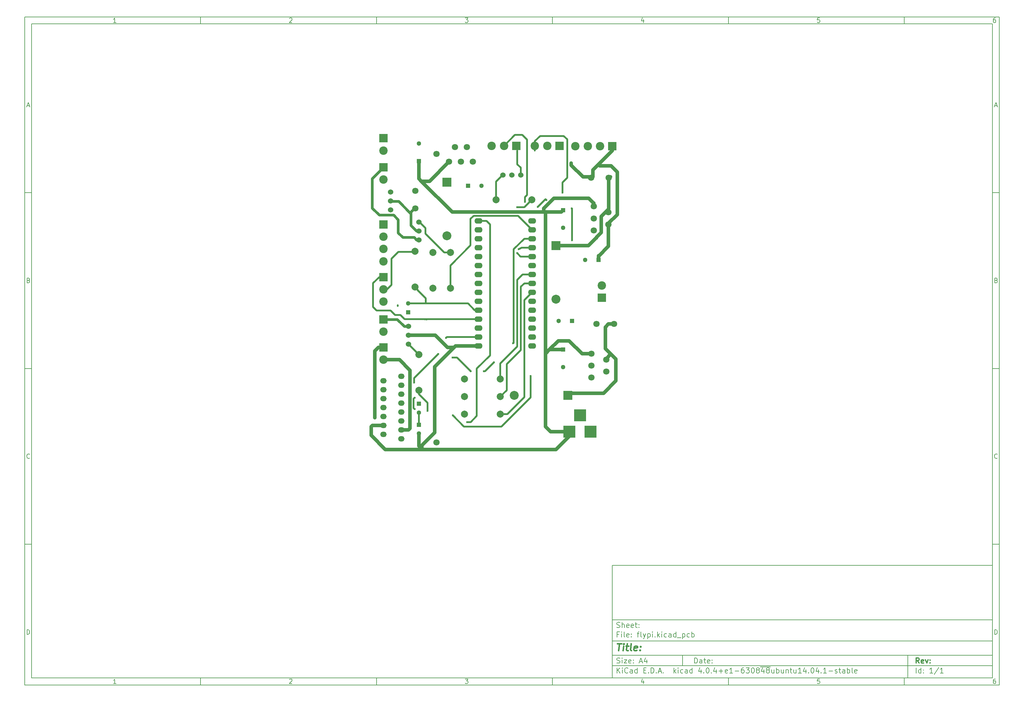
<source format=gbr>
G04 #@! TF.FileFunction,Copper,L1,Top,Signal*
%FSLAX46Y46*%
G04 Gerber Fmt 4.6, Leading zero omitted, Abs format (unit mm)*
G04 Created by KiCad (PCBNEW 4.0.4+e1-6308~48~ubuntu14.04.1-stable) date Tue Oct  4 21:58:47 2016*
%MOMM*%
%LPD*%
G01*
G04 APERTURE LIST*
%ADD10C,0.100000*%
%ADD11C,0.150000*%
%ADD12C,0.300000*%
%ADD13C,0.400000*%
%ADD14R,1.300000X1.300000*%
%ADD15C,1.300000*%
%ADD16R,3.500120X3.500120*%
%ADD17C,2.540000*%
%ADD18R,2.540000X2.540000*%
%ADD19C,1.800860*%
%ADD20C,2.400000*%
%ADD21R,2.400000X2.400000*%
%ADD22C,1.800000*%
%ADD23C,1.998980*%
%ADD24O,1.824000X1.524000*%
%ADD25O,2.300000X1.600000*%
%ADD26C,1.524000*%
%ADD27C,0.800000*%
%ADD28C,0.600000*%
%ADD29C,0.500000*%
%ADD30C,1.000000*%
%ADD31C,0.750000*%
G04 APERTURE END LIST*
D10*
D11*
X177002200Y-166007200D02*
X177002200Y-198007200D01*
X285002200Y-198007200D01*
X285002200Y-166007200D01*
X177002200Y-166007200D01*
D10*
D11*
X10000000Y-10000000D02*
X10000000Y-200007200D01*
X287002200Y-200007200D01*
X287002200Y-10000000D01*
X10000000Y-10000000D01*
D10*
D11*
X12000000Y-12000000D02*
X12000000Y-198007200D01*
X285002200Y-198007200D01*
X285002200Y-12000000D01*
X12000000Y-12000000D01*
D10*
D11*
X60000000Y-12000000D02*
X60000000Y-10000000D01*
D10*
D11*
X110000000Y-12000000D02*
X110000000Y-10000000D01*
D10*
D11*
X160000000Y-12000000D02*
X160000000Y-10000000D01*
D10*
D11*
X210000000Y-12000000D02*
X210000000Y-10000000D01*
D10*
D11*
X260000000Y-12000000D02*
X260000000Y-10000000D01*
D10*
D11*
X35990476Y-11588095D02*
X35247619Y-11588095D01*
X35619048Y-11588095D02*
X35619048Y-10288095D01*
X35495238Y-10473810D01*
X35371429Y-10597619D01*
X35247619Y-10659524D01*
D10*
D11*
X85247619Y-10411905D02*
X85309524Y-10350000D01*
X85433333Y-10288095D01*
X85742857Y-10288095D01*
X85866667Y-10350000D01*
X85928571Y-10411905D01*
X85990476Y-10535714D01*
X85990476Y-10659524D01*
X85928571Y-10845238D01*
X85185714Y-11588095D01*
X85990476Y-11588095D01*
D10*
D11*
X135185714Y-10288095D02*
X135990476Y-10288095D01*
X135557143Y-10783333D01*
X135742857Y-10783333D01*
X135866667Y-10845238D01*
X135928571Y-10907143D01*
X135990476Y-11030952D01*
X135990476Y-11340476D01*
X135928571Y-11464286D01*
X135866667Y-11526190D01*
X135742857Y-11588095D01*
X135371429Y-11588095D01*
X135247619Y-11526190D01*
X135185714Y-11464286D01*
D10*
D11*
X185866667Y-10721429D02*
X185866667Y-11588095D01*
X185557143Y-10226190D02*
X185247619Y-11154762D01*
X186052381Y-11154762D01*
D10*
D11*
X235928571Y-10288095D02*
X235309524Y-10288095D01*
X235247619Y-10907143D01*
X235309524Y-10845238D01*
X235433333Y-10783333D01*
X235742857Y-10783333D01*
X235866667Y-10845238D01*
X235928571Y-10907143D01*
X235990476Y-11030952D01*
X235990476Y-11340476D01*
X235928571Y-11464286D01*
X235866667Y-11526190D01*
X235742857Y-11588095D01*
X235433333Y-11588095D01*
X235309524Y-11526190D01*
X235247619Y-11464286D01*
D10*
D11*
X285866667Y-10288095D02*
X285619048Y-10288095D01*
X285495238Y-10350000D01*
X285433333Y-10411905D01*
X285309524Y-10597619D01*
X285247619Y-10845238D01*
X285247619Y-11340476D01*
X285309524Y-11464286D01*
X285371429Y-11526190D01*
X285495238Y-11588095D01*
X285742857Y-11588095D01*
X285866667Y-11526190D01*
X285928571Y-11464286D01*
X285990476Y-11340476D01*
X285990476Y-11030952D01*
X285928571Y-10907143D01*
X285866667Y-10845238D01*
X285742857Y-10783333D01*
X285495238Y-10783333D01*
X285371429Y-10845238D01*
X285309524Y-10907143D01*
X285247619Y-11030952D01*
D10*
D11*
X60000000Y-198007200D02*
X60000000Y-200007200D01*
D10*
D11*
X110000000Y-198007200D02*
X110000000Y-200007200D01*
D10*
D11*
X160000000Y-198007200D02*
X160000000Y-200007200D01*
D10*
D11*
X210000000Y-198007200D02*
X210000000Y-200007200D01*
D10*
D11*
X260000000Y-198007200D02*
X260000000Y-200007200D01*
D10*
D11*
X35990476Y-199595295D02*
X35247619Y-199595295D01*
X35619048Y-199595295D02*
X35619048Y-198295295D01*
X35495238Y-198481010D01*
X35371429Y-198604819D01*
X35247619Y-198666724D01*
D10*
D11*
X85247619Y-198419105D02*
X85309524Y-198357200D01*
X85433333Y-198295295D01*
X85742857Y-198295295D01*
X85866667Y-198357200D01*
X85928571Y-198419105D01*
X85990476Y-198542914D01*
X85990476Y-198666724D01*
X85928571Y-198852438D01*
X85185714Y-199595295D01*
X85990476Y-199595295D01*
D10*
D11*
X135185714Y-198295295D02*
X135990476Y-198295295D01*
X135557143Y-198790533D01*
X135742857Y-198790533D01*
X135866667Y-198852438D01*
X135928571Y-198914343D01*
X135990476Y-199038152D01*
X135990476Y-199347676D01*
X135928571Y-199471486D01*
X135866667Y-199533390D01*
X135742857Y-199595295D01*
X135371429Y-199595295D01*
X135247619Y-199533390D01*
X135185714Y-199471486D01*
D10*
D11*
X185866667Y-198728629D02*
X185866667Y-199595295D01*
X185557143Y-198233390D02*
X185247619Y-199161962D01*
X186052381Y-199161962D01*
D10*
D11*
X235928571Y-198295295D02*
X235309524Y-198295295D01*
X235247619Y-198914343D01*
X235309524Y-198852438D01*
X235433333Y-198790533D01*
X235742857Y-198790533D01*
X235866667Y-198852438D01*
X235928571Y-198914343D01*
X235990476Y-199038152D01*
X235990476Y-199347676D01*
X235928571Y-199471486D01*
X235866667Y-199533390D01*
X235742857Y-199595295D01*
X235433333Y-199595295D01*
X235309524Y-199533390D01*
X235247619Y-199471486D01*
D10*
D11*
X285866667Y-198295295D02*
X285619048Y-198295295D01*
X285495238Y-198357200D01*
X285433333Y-198419105D01*
X285309524Y-198604819D01*
X285247619Y-198852438D01*
X285247619Y-199347676D01*
X285309524Y-199471486D01*
X285371429Y-199533390D01*
X285495238Y-199595295D01*
X285742857Y-199595295D01*
X285866667Y-199533390D01*
X285928571Y-199471486D01*
X285990476Y-199347676D01*
X285990476Y-199038152D01*
X285928571Y-198914343D01*
X285866667Y-198852438D01*
X285742857Y-198790533D01*
X285495238Y-198790533D01*
X285371429Y-198852438D01*
X285309524Y-198914343D01*
X285247619Y-199038152D01*
D10*
D11*
X10000000Y-60000000D02*
X12000000Y-60000000D01*
D10*
D11*
X10000000Y-110000000D02*
X12000000Y-110000000D01*
D10*
D11*
X10000000Y-160000000D02*
X12000000Y-160000000D01*
D10*
D11*
X10690476Y-35216667D02*
X11309524Y-35216667D01*
X10566667Y-35588095D02*
X11000000Y-34288095D01*
X11433333Y-35588095D01*
D10*
D11*
X11092857Y-84907143D02*
X11278571Y-84969048D01*
X11340476Y-85030952D01*
X11402381Y-85154762D01*
X11402381Y-85340476D01*
X11340476Y-85464286D01*
X11278571Y-85526190D01*
X11154762Y-85588095D01*
X10659524Y-85588095D01*
X10659524Y-84288095D01*
X11092857Y-84288095D01*
X11216667Y-84350000D01*
X11278571Y-84411905D01*
X11340476Y-84535714D01*
X11340476Y-84659524D01*
X11278571Y-84783333D01*
X11216667Y-84845238D01*
X11092857Y-84907143D01*
X10659524Y-84907143D01*
D10*
D11*
X11402381Y-135464286D02*
X11340476Y-135526190D01*
X11154762Y-135588095D01*
X11030952Y-135588095D01*
X10845238Y-135526190D01*
X10721429Y-135402381D01*
X10659524Y-135278571D01*
X10597619Y-135030952D01*
X10597619Y-134845238D01*
X10659524Y-134597619D01*
X10721429Y-134473810D01*
X10845238Y-134350000D01*
X11030952Y-134288095D01*
X11154762Y-134288095D01*
X11340476Y-134350000D01*
X11402381Y-134411905D01*
D10*
D11*
X10659524Y-185588095D02*
X10659524Y-184288095D01*
X10969048Y-184288095D01*
X11154762Y-184350000D01*
X11278571Y-184473810D01*
X11340476Y-184597619D01*
X11402381Y-184845238D01*
X11402381Y-185030952D01*
X11340476Y-185278571D01*
X11278571Y-185402381D01*
X11154762Y-185526190D01*
X10969048Y-185588095D01*
X10659524Y-185588095D01*
D10*
D11*
X287002200Y-60000000D02*
X285002200Y-60000000D01*
D10*
D11*
X287002200Y-110000000D02*
X285002200Y-110000000D01*
D10*
D11*
X287002200Y-160000000D02*
X285002200Y-160000000D01*
D10*
D11*
X285692676Y-35216667D02*
X286311724Y-35216667D01*
X285568867Y-35588095D02*
X286002200Y-34288095D01*
X286435533Y-35588095D01*
D10*
D11*
X286095057Y-84907143D02*
X286280771Y-84969048D01*
X286342676Y-85030952D01*
X286404581Y-85154762D01*
X286404581Y-85340476D01*
X286342676Y-85464286D01*
X286280771Y-85526190D01*
X286156962Y-85588095D01*
X285661724Y-85588095D01*
X285661724Y-84288095D01*
X286095057Y-84288095D01*
X286218867Y-84350000D01*
X286280771Y-84411905D01*
X286342676Y-84535714D01*
X286342676Y-84659524D01*
X286280771Y-84783333D01*
X286218867Y-84845238D01*
X286095057Y-84907143D01*
X285661724Y-84907143D01*
D10*
D11*
X286404581Y-135464286D02*
X286342676Y-135526190D01*
X286156962Y-135588095D01*
X286033152Y-135588095D01*
X285847438Y-135526190D01*
X285723629Y-135402381D01*
X285661724Y-135278571D01*
X285599819Y-135030952D01*
X285599819Y-134845238D01*
X285661724Y-134597619D01*
X285723629Y-134473810D01*
X285847438Y-134350000D01*
X286033152Y-134288095D01*
X286156962Y-134288095D01*
X286342676Y-134350000D01*
X286404581Y-134411905D01*
D10*
D11*
X285661724Y-185588095D02*
X285661724Y-184288095D01*
X285971248Y-184288095D01*
X286156962Y-184350000D01*
X286280771Y-184473810D01*
X286342676Y-184597619D01*
X286404581Y-184845238D01*
X286404581Y-185030952D01*
X286342676Y-185278571D01*
X286280771Y-185402381D01*
X286156962Y-185526190D01*
X285971248Y-185588095D01*
X285661724Y-185588095D01*
D10*
D11*
X200359343Y-193785771D02*
X200359343Y-192285771D01*
X200716486Y-192285771D01*
X200930771Y-192357200D01*
X201073629Y-192500057D01*
X201145057Y-192642914D01*
X201216486Y-192928629D01*
X201216486Y-193142914D01*
X201145057Y-193428629D01*
X201073629Y-193571486D01*
X200930771Y-193714343D01*
X200716486Y-193785771D01*
X200359343Y-193785771D01*
X202502200Y-193785771D02*
X202502200Y-193000057D01*
X202430771Y-192857200D01*
X202287914Y-192785771D01*
X202002200Y-192785771D01*
X201859343Y-192857200D01*
X202502200Y-193714343D02*
X202359343Y-193785771D01*
X202002200Y-193785771D01*
X201859343Y-193714343D01*
X201787914Y-193571486D01*
X201787914Y-193428629D01*
X201859343Y-193285771D01*
X202002200Y-193214343D01*
X202359343Y-193214343D01*
X202502200Y-193142914D01*
X203002200Y-192785771D02*
X203573629Y-192785771D01*
X203216486Y-192285771D02*
X203216486Y-193571486D01*
X203287914Y-193714343D01*
X203430772Y-193785771D01*
X203573629Y-193785771D01*
X204645057Y-193714343D02*
X204502200Y-193785771D01*
X204216486Y-193785771D01*
X204073629Y-193714343D01*
X204002200Y-193571486D01*
X204002200Y-193000057D01*
X204073629Y-192857200D01*
X204216486Y-192785771D01*
X204502200Y-192785771D01*
X204645057Y-192857200D01*
X204716486Y-193000057D01*
X204716486Y-193142914D01*
X204002200Y-193285771D01*
X205359343Y-193642914D02*
X205430771Y-193714343D01*
X205359343Y-193785771D01*
X205287914Y-193714343D01*
X205359343Y-193642914D01*
X205359343Y-193785771D01*
X205359343Y-192857200D02*
X205430771Y-192928629D01*
X205359343Y-193000057D01*
X205287914Y-192928629D01*
X205359343Y-192857200D01*
X205359343Y-193000057D01*
D10*
D11*
X177002200Y-194507200D02*
X285002200Y-194507200D01*
D10*
D11*
X178359343Y-196585771D02*
X178359343Y-195085771D01*
X179216486Y-196585771D02*
X178573629Y-195728629D01*
X179216486Y-195085771D02*
X178359343Y-195942914D01*
X179859343Y-196585771D02*
X179859343Y-195585771D01*
X179859343Y-195085771D02*
X179787914Y-195157200D01*
X179859343Y-195228629D01*
X179930771Y-195157200D01*
X179859343Y-195085771D01*
X179859343Y-195228629D01*
X181430772Y-196442914D02*
X181359343Y-196514343D01*
X181145057Y-196585771D01*
X181002200Y-196585771D01*
X180787915Y-196514343D01*
X180645057Y-196371486D01*
X180573629Y-196228629D01*
X180502200Y-195942914D01*
X180502200Y-195728629D01*
X180573629Y-195442914D01*
X180645057Y-195300057D01*
X180787915Y-195157200D01*
X181002200Y-195085771D01*
X181145057Y-195085771D01*
X181359343Y-195157200D01*
X181430772Y-195228629D01*
X182716486Y-196585771D02*
X182716486Y-195800057D01*
X182645057Y-195657200D01*
X182502200Y-195585771D01*
X182216486Y-195585771D01*
X182073629Y-195657200D01*
X182716486Y-196514343D02*
X182573629Y-196585771D01*
X182216486Y-196585771D01*
X182073629Y-196514343D01*
X182002200Y-196371486D01*
X182002200Y-196228629D01*
X182073629Y-196085771D01*
X182216486Y-196014343D01*
X182573629Y-196014343D01*
X182716486Y-195942914D01*
X184073629Y-196585771D02*
X184073629Y-195085771D01*
X184073629Y-196514343D02*
X183930772Y-196585771D01*
X183645058Y-196585771D01*
X183502200Y-196514343D01*
X183430772Y-196442914D01*
X183359343Y-196300057D01*
X183359343Y-195871486D01*
X183430772Y-195728629D01*
X183502200Y-195657200D01*
X183645058Y-195585771D01*
X183930772Y-195585771D01*
X184073629Y-195657200D01*
X185930772Y-195800057D02*
X186430772Y-195800057D01*
X186645058Y-196585771D02*
X185930772Y-196585771D01*
X185930772Y-195085771D01*
X186645058Y-195085771D01*
X187287915Y-196442914D02*
X187359343Y-196514343D01*
X187287915Y-196585771D01*
X187216486Y-196514343D01*
X187287915Y-196442914D01*
X187287915Y-196585771D01*
X188002201Y-196585771D02*
X188002201Y-195085771D01*
X188359344Y-195085771D01*
X188573629Y-195157200D01*
X188716487Y-195300057D01*
X188787915Y-195442914D01*
X188859344Y-195728629D01*
X188859344Y-195942914D01*
X188787915Y-196228629D01*
X188716487Y-196371486D01*
X188573629Y-196514343D01*
X188359344Y-196585771D01*
X188002201Y-196585771D01*
X189502201Y-196442914D02*
X189573629Y-196514343D01*
X189502201Y-196585771D01*
X189430772Y-196514343D01*
X189502201Y-196442914D01*
X189502201Y-196585771D01*
X190145058Y-196157200D02*
X190859344Y-196157200D01*
X190002201Y-196585771D02*
X190502201Y-195085771D01*
X191002201Y-196585771D01*
X191502201Y-196442914D02*
X191573629Y-196514343D01*
X191502201Y-196585771D01*
X191430772Y-196514343D01*
X191502201Y-196442914D01*
X191502201Y-196585771D01*
X194502201Y-196585771D02*
X194502201Y-195085771D01*
X194645058Y-196014343D02*
X195073629Y-196585771D01*
X195073629Y-195585771D02*
X194502201Y-196157200D01*
X195716487Y-196585771D02*
X195716487Y-195585771D01*
X195716487Y-195085771D02*
X195645058Y-195157200D01*
X195716487Y-195228629D01*
X195787915Y-195157200D01*
X195716487Y-195085771D01*
X195716487Y-195228629D01*
X197073630Y-196514343D02*
X196930773Y-196585771D01*
X196645059Y-196585771D01*
X196502201Y-196514343D01*
X196430773Y-196442914D01*
X196359344Y-196300057D01*
X196359344Y-195871486D01*
X196430773Y-195728629D01*
X196502201Y-195657200D01*
X196645059Y-195585771D01*
X196930773Y-195585771D01*
X197073630Y-195657200D01*
X198359344Y-196585771D02*
X198359344Y-195800057D01*
X198287915Y-195657200D01*
X198145058Y-195585771D01*
X197859344Y-195585771D01*
X197716487Y-195657200D01*
X198359344Y-196514343D02*
X198216487Y-196585771D01*
X197859344Y-196585771D01*
X197716487Y-196514343D01*
X197645058Y-196371486D01*
X197645058Y-196228629D01*
X197716487Y-196085771D01*
X197859344Y-196014343D01*
X198216487Y-196014343D01*
X198359344Y-195942914D01*
X199716487Y-196585771D02*
X199716487Y-195085771D01*
X199716487Y-196514343D02*
X199573630Y-196585771D01*
X199287916Y-196585771D01*
X199145058Y-196514343D01*
X199073630Y-196442914D01*
X199002201Y-196300057D01*
X199002201Y-195871486D01*
X199073630Y-195728629D01*
X199145058Y-195657200D01*
X199287916Y-195585771D01*
X199573630Y-195585771D01*
X199716487Y-195657200D01*
X202216487Y-195585771D02*
X202216487Y-196585771D01*
X201859344Y-195014343D02*
X201502201Y-196085771D01*
X202430773Y-196085771D01*
X203002201Y-196442914D02*
X203073629Y-196514343D01*
X203002201Y-196585771D01*
X202930772Y-196514343D01*
X203002201Y-196442914D01*
X203002201Y-196585771D01*
X204002201Y-195085771D02*
X204145058Y-195085771D01*
X204287915Y-195157200D01*
X204359344Y-195228629D01*
X204430773Y-195371486D01*
X204502201Y-195657200D01*
X204502201Y-196014343D01*
X204430773Y-196300057D01*
X204359344Y-196442914D01*
X204287915Y-196514343D01*
X204145058Y-196585771D01*
X204002201Y-196585771D01*
X203859344Y-196514343D01*
X203787915Y-196442914D01*
X203716487Y-196300057D01*
X203645058Y-196014343D01*
X203645058Y-195657200D01*
X203716487Y-195371486D01*
X203787915Y-195228629D01*
X203859344Y-195157200D01*
X204002201Y-195085771D01*
X205145058Y-196442914D02*
X205216486Y-196514343D01*
X205145058Y-196585771D01*
X205073629Y-196514343D01*
X205145058Y-196442914D01*
X205145058Y-196585771D01*
X206502201Y-195585771D02*
X206502201Y-196585771D01*
X206145058Y-195014343D02*
X205787915Y-196085771D01*
X206716487Y-196085771D01*
X207287915Y-196014343D02*
X208430772Y-196014343D01*
X207859343Y-196585771D02*
X207859343Y-195442914D01*
X209716486Y-196514343D02*
X209573629Y-196585771D01*
X209287915Y-196585771D01*
X209145058Y-196514343D01*
X209073629Y-196371486D01*
X209073629Y-195800057D01*
X209145058Y-195657200D01*
X209287915Y-195585771D01*
X209573629Y-195585771D01*
X209716486Y-195657200D01*
X209787915Y-195800057D01*
X209787915Y-195942914D01*
X209073629Y-196085771D01*
X211216486Y-196585771D02*
X210359343Y-196585771D01*
X210787915Y-196585771D02*
X210787915Y-195085771D01*
X210645058Y-195300057D01*
X210502200Y-195442914D01*
X210359343Y-195514343D01*
X211859343Y-196014343D02*
X213002200Y-196014343D01*
X214359343Y-195085771D02*
X214073629Y-195085771D01*
X213930772Y-195157200D01*
X213859343Y-195228629D01*
X213716486Y-195442914D01*
X213645057Y-195728629D01*
X213645057Y-196300057D01*
X213716486Y-196442914D01*
X213787914Y-196514343D01*
X213930772Y-196585771D01*
X214216486Y-196585771D01*
X214359343Y-196514343D01*
X214430772Y-196442914D01*
X214502200Y-196300057D01*
X214502200Y-195942914D01*
X214430772Y-195800057D01*
X214359343Y-195728629D01*
X214216486Y-195657200D01*
X213930772Y-195657200D01*
X213787914Y-195728629D01*
X213716486Y-195800057D01*
X213645057Y-195942914D01*
X215002200Y-195085771D02*
X215930771Y-195085771D01*
X215430771Y-195657200D01*
X215645057Y-195657200D01*
X215787914Y-195728629D01*
X215859343Y-195800057D01*
X215930771Y-195942914D01*
X215930771Y-196300057D01*
X215859343Y-196442914D01*
X215787914Y-196514343D01*
X215645057Y-196585771D01*
X215216485Y-196585771D01*
X215073628Y-196514343D01*
X215002200Y-196442914D01*
X216859342Y-195085771D02*
X217002199Y-195085771D01*
X217145056Y-195157200D01*
X217216485Y-195228629D01*
X217287914Y-195371486D01*
X217359342Y-195657200D01*
X217359342Y-196014343D01*
X217287914Y-196300057D01*
X217216485Y-196442914D01*
X217145056Y-196514343D01*
X217002199Y-196585771D01*
X216859342Y-196585771D01*
X216716485Y-196514343D01*
X216645056Y-196442914D01*
X216573628Y-196300057D01*
X216502199Y-196014343D01*
X216502199Y-195657200D01*
X216573628Y-195371486D01*
X216645056Y-195228629D01*
X216716485Y-195157200D01*
X216859342Y-195085771D01*
X218216485Y-195728629D02*
X218073627Y-195657200D01*
X218002199Y-195585771D01*
X217930770Y-195442914D01*
X217930770Y-195371486D01*
X218002199Y-195228629D01*
X218073627Y-195157200D01*
X218216485Y-195085771D01*
X218502199Y-195085771D01*
X218645056Y-195157200D01*
X218716485Y-195228629D01*
X218787913Y-195371486D01*
X218787913Y-195442914D01*
X218716485Y-195585771D01*
X218645056Y-195657200D01*
X218502199Y-195728629D01*
X218216485Y-195728629D01*
X218073627Y-195800057D01*
X218002199Y-195871486D01*
X217930770Y-196014343D01*
X217930770Y-196300057D01*
X218002199Y-196442914D01*
X218073627Y-196514343D01*
X218216485Y-196585771D01*
X218502199Y-196585771D01*
X218645056Y-196514343D01*
X218716485Y-196442914D01*
X218787913Y-196300057D01*
X218787913Y-196014343D01*
X218716485Y-195871486D01*
X218645056Y-195800057D01*
X218502199Y-195728629D01*
X220073627Y-195585771D02*
X220073627Y-196585771D01*
X219716484Y-195014343D02*
X219359341Y-196085771D01*
X220287913Y-196085771D01*
X221073627Y-195728629D02*
X220930769Y-195657200D01*
X220859341Y-195585771D01*
X220787912Y-195442914D01*
X220787912Y-195371486D01*
X220859341Y-195228629D01*
X220930769Y-195157200D01*
X221073627Y-195085771D01*
X221359341Y-195085771D01*
X221502198Y-195157200D01*
X221573627Y-195228629D01*
X221645055Y-195371486D01*
X221645055Y-195442914D01*
X221573627Y-195585771D01*
X221502198Y-195657200D01*
X221359341Y-195728629D01*
X221073627Y-195728629D01*
X220930769Y-195800057D01*
X220859341Y-195871486D01*
X220787912Y-196014343D01*
X220787912Y-196300057D01*
X220859341Y-196442914D01*
X220930769Y-196514343D01*
X221073627Y-196585771D01*
X221359341Y-196585771D01*
X221502198Y-196514343D01*
X221573627Y-196442914D01*
X221645055Y-196300057D01*
X221645055Y-196014343D01*
X221573627Y-195871486D01*
X221502198Y-195800057D01*
X221359341Y-195728629D01*
X219073627Y-194827200D02*
X221930769Y-194827200D01*
X222930769Y-195585771D02*
X222930769Y-196585771D01*
X222287912Y-195585771D02*
X222287912Y-196371486D01*
X222359340Y-196514343D01*
X222502198Y-196585771D01*
X222716483Y-196585771D01*
X222859340Y-196514343D01*
X222930769Y-196442914D01*
X223645055Y-196585771D02*
X223645055Y-195085771D01*
X223645055Y-195657200D02*
X223787912Y-195585771D01*
X224073626Y-195585771D01*
X224216483Y-195657200D01*
X224287912Y-195728629D01*
X224359341Y-195871486D01*
X224359341Y-196300057D01*
X224287912Y-196442914D01*
X224216483Y-196514343D01*
X224073626Y-196585771D01*
X223787912Y-196585771D01*
X223645055Y-196514343D01*
X225645055Y-195585771D02*
X225645055Y-196585771D01*
X225002198Y-195585771D02*
X225002198Y-196371486D01*
X225073626Y-196514343D01*
X225216484Y-196585771D01*
X225430769Y-196585771D01*
X225573626Y-196514343D01*
X225645055Y-196442914D01*
X226359341Y-195585771D02*
X226359341Y-196585771D01*
X226359341Y-195728629D02*
X226430769Y-195657200D01*
X226573627Y-195585771D01*
X226787912Y-195585771D01*
X226930769Y-195657200D01*
X227002198Y-195800057D01*
X227002198Y-196585771D01*
X227502198Y-195585771D02*
X228073627Y-195585771D01*
X227716484Y-195085771D02*
X227716484Y-196371486D01*
X227787912Y-196514343D01*
X227930770Y-196585771D01*
X228073627Y-196585771D01*
X229216484Y-195585771D02*
X229216484Y-196585771D01*
X228573627Y-195585771D02*
X228573627Y-196371486D01*
X228645055Y-196514343D01*
X228787913Y-196585771D01*
X229002198Y-196585771D01*
X229145055Y-196514343D01*
X229216484Y-196442914D01*
X230716484Y-196585771D02*
X229859341Y-196585771D01*
X230287913Y-196585771D02*
X230287913Y-195085771D01*
X230145056Y-195300057D01*
X230002198Y-195442914D01*
X229859341Y-195514343D01*
X232002198Y-195585771D02*
X232002198Y-196585771D01*
X231645055Y-195014343D02*
X231287912Y-196085771D01*
X232216484Y-196085771D01*
X232787912Y-196442914D02*
X232859340Y-196514343D01*
X232787912Y-196585771D01*
X232716483Y-196514343D01*
X232787912Y-196442914D01*
X232787912Y-196585771D01*
X233787912Y-195085771D02*
X233930769Y-195085771D01*
X234073626Y-195157200D01*
X234145055Y-195228629D01*
X234216484Y-195371486D01*
X234287912Y-195657200D01*
X234287912Y-196014343D01*
X234216484Y-196300057D01*
X234145055Y-196442914D01*
X234073626Y-196514343D01*
X233930769Y-196585771D01*
X233787912Y-196585771D01*
X233645055Y-196514343D01*
X233573626Y-196442914D01*
X233502198Y-196300057D01*
X233430769Y-196014343D01*
X233430769Y-195657200D01*
X233502198Y-195371486D01*
X233573626Y-195228629D01*
X233645055Y-195157200D01*
X233787912Y-195085771D01*
X235573626Y-195585771D02*
X235573626Y-196585771D01*
X235216483Y-195014343D02*
X234859340Y-196085771D01*
X235787912Y-196085771D01*
X236359340Y-196442914D02*
X236430768Y-196514343D01*
X236359340Y-196585771D01*
X236287911Y-196514343D01*
X236359340Y-196442914D01*
X236359340Y-196585771D01*
X237859340Y-196585771D02*
X237002197Y-196585771D01*
X237430769Y-196585771D02*
X237430769Y-195085771D01*
X237287912Y-195300057D01*
X237145054Y-195442914D01*
X237002197Y-195514343D01*
X238502197Y-196014343D02*
X239645054Y-196014343D01*
X240287911Y-196514343D02*
X240430768Y-196585771D01*
X240716483Y-196585771D01*
X240859340Y-196514343D01*
X240930768Y-196371486D01*
X240930768Y-196300057D01*
X240859340Y-196157200D01*
X240716483Y-196085771D01*
X240502197Y-196085771D01*
X240359340Y-196014343D01*
X240287911Y-195871486D01*
X240287911Y-195800057D01*
X240359340Y-195657200D01*
X240502197Y-195585771D01*
X240716483Y-195585771D01*
X240859340Y-195657200D01*
X241359340Y-195585771D02*
X241930769Y-195585771D01*
X241573626Y-195085771D02*
X241573626Y-196371486D01*
X241645054Y-196514343D01*
X241787912Y-196585771D01*
X241930769Y-196585771D01*
X243073626Y-196585771D02*
X243073626Y-195800057D01*
X243002197Y-195657200D01*
X242859340Y-195585771D01*
X242573626Y-195585771D01*
X242430769Y-195657200D01*
X243073626Y-196514343D02*
X242930769Y-196585771D01*
X242573626Y-196585771D01*
X242430769Y-196514343D01*
X242359340Y-196371486D01*
X242359340Y-196228629D01*
X242430769Y-196085771D01*
X242573626Y-196014343D01*
X242930769Y-196014343D01*
X243073626Y-195942914D01*
X243787912Y-196585771D02*
X243787912Y-195085771D01*
X243787912Y-195657200D02*
X243930769Y-195585771D01*
X244216483Y-195585771D01*
X244359340Y-195657200D01*
X244430769Y-195728629D01*
X244502198Y-195871486D01*
X244502198Y-196300057D01*
X244430769Y-196442914D01*
X244359340Y-196514343D01*
X244216483Y-196585771D01*
X243930769Y-196585771D01*
X243787912Y-196514343D01*
X245359341Y-196585771D02*
X245216483Y-196514343D01*
X245145055Y-196371486D01*
X245145055Y-195085771D01*
X246502197Y-196514343D02*
X246359340Y-196585771D01*
X246073626Y-196585771D01*
X245930769Y-196514343D01*
X245859340Y-196371486D01*
X245859340Y-195800057D01*
X245930769Y-195657200D01*
X246073626Y-195585771D01*
X246359340Y-195585771D01*
X246502197Y-195657200D01*
X246573626Y-195800057D01*
X246573626Y-195942914D01*
X245859340Y-196085771D01*
D10*
D11*
X177002200Y-191507200D02*
X285002200Y-191507200D01*
D10*
D12*
X264216486Y-193785771D02*
X263716486Y-193071486D01*
X263359343Y-193785771D02*
X263359343Y-192285771D01*
X263930771Y-192285771D01*
X264073629Y-192357200D01*
X264145057Y-192428629D01*
X264216486Y-192571486D01*
X264216486Y-192785771D01*
X264145057Y-192928629D01*
X264073629Y-193000057D01*
X263930771Y-193071486D01*
X263359343Y-193071486D01*
X265430771Y-193714343D02*
X265287914Y-193785771D01*
X265002200Y-193785771D01*
X264859343Y-193714343D01*
X264787914Y-193571486D01*
X264787914Y-193000057D01*
X264859343Y-192857200D01*
X265002200Y-192785771D01*
X265287914Y-192785771D01*
X265430771Y-192857200D01*
X265502200Y-193000057D01*
X265502200Y-193142914D01*
X264787914Y-193285771D01*
X266002200Y-192785771D02*
X266359343Y-193785771D01*
X266716485Y-192785771D01*
X267287914Y-193642914D02*
X267359342Y-193714343D01*
X267287914Y-193785771D01*
X267216485Y-193714343D01*
X267287914Y-193642914D01*
X267287914Y-193785771D01*
X267287914Y-192857200D02*
X267359342Y-192928629D01*
X267287914Y-193000057D01*
X267216485Y-192928629D01*
X267287914Y-192857200D01*
X267287914Y-193000057D01*
D10*
D11*
X178287914Y-193714343D02*
X178502200Y-193785771D01*
X178859343Y-193785771D01*
X179002200Y-193714343D01*
X179073629Y-193642914D01*
X179145057Y-193500057D01*
X179145057Y-193357200D01*
X179073629Y-193214343D01*
X179002200Y-193142914D01*
X178859343Y-193071486D01*
X178573629Y-193000057D01*
X178430771Y-192928629D01*
X178359343Y-192857200D01*
X178287914Y-192714343D01*
X178287914Y-192571486D01*
X178359343Y-192428629D01*
X178430771Y-192357200D01*
X178573629Y-192285771D01*
X178930771Y-192285771D01*
X179145057Y-192357200D01*
X179787914Y-193785771D02*
X179787914Y-192785771D01*
X179787914Y-192285771D02*
X179716485Y-192357200D01*
X179787914Y-192428629D01*
X179859342Y-192357200D01*
X179787914Y-192285771D01*
X179787914Y-192428629D01*
X180359343Y-192785771D02*
X181145057Y-192785771D01*
X180359343Y-193785771D01*
X181145057Y-193785771D01*
X182287914Y-193714343D02*
X182145057Y-193785771D01*
X181859343Y-193785771D01*
X181716486Y-193714343D01*
X181645057Y-193571486D01*
X181645057Y-193000057D01*
X181716486Y-192857200D01*
X181859343Y-192785771D01*
X182145057Y-192785771D01*
X182287914Y-192857200D01*
X182359343Y-193000057D01*
X182359343Y-193142914D01*
X181645057Y-193285771D01*
X183002200Y-193642914D02*
X183073628Y-193714343D01*
X183002200Y-193785771D01*
X182930771Y-193714343D01*
X183002200Y-193642914D01*
X183002200Y-193785771D01*
X183002200Y-192857200D02*
X183073628Y-192928629D01*
X183002200Y-193000057D01*
X182930771Y-192928629D01*
X183002200Y-192857200D01*
X183002200Y-193000057D01*
X184787914Y-193357200D02*
X185502200Y-193357200D01*
X184645057Y-193785771D02*
X185145057Y-192285771D01*
X185645057Y-193785771D01*
X186787914Y-192785771D02*
X186787914Y-193785771D01*
X186430771Y-192214343D02*
X186073628Y-193285771D01*
X187002200Y-193285771D01*
D10*
D11*
X263359343Y-196585771D02*
X263359343Y-195085771D01*
X264716486Y-196585771D02*
X264716486Y-195085771D01*
X264716486Y-196514343D02*
X264573629Y-196585771D01*
X264287915Y-196585771D01*
X264145057Y-196514343D01*
X264073629Y-196442914D01*
X264002200Y-196300057D01*
X264002200Y-195871486D01*
X264073629Y-195728629D01*
X264145057Y-195657200D01*
X264287915Y-195585771D01*
X264573629Y-195585771D01*
X264716486Y-195657200D01*
X265430772Y-196442914D02*
X265502200Y-196514343D01*
X265430772Y-196585771D01*
X265359343Y-196514343D01*
X265430772Y-196442914D01*
X265430772Y-196585771D01*
X265430772Y-195657200D02*
X265502200Y-195728629D01*
X265430772Y-195800057D01*
X265359343Y-195728629D01*
X265430772Y-195657200D01*
X265430772Y-195800057D01*
X268073629Y-196585771D02*
X267216486Y-196585771D01*
X267645058Y-196585771D02*
X267645058Y-195085771D01*
X267502201Y-195300057D01*
X267359343Y-195442914D01*
X267216486Y-195514343D01*
X269787914Y-195014343D02*
X268502200Y-196942914D01*
X271073629Y-196585771D02*
X270216486Y-196585771D01*
X270645058Y-196585771D02*
X270645058Y-195085771D01*
X270502201Y-195300057D01*
X270359343Y-195442914D01*
X270216486Y-195514343D01*
D10*
D11*
X177002200Y-187507200D02*
X285002200Y-187507200D01*
D10*
D13*
X178454581Y-188211962D02*
X179597438Y-188211962D01*
X178776010Y-190211962D02*
X179026010Y-188211962D01*
X180014105Y-190211962D02*
X180180771Y-188878629D01*
X180264105Y-188211962D02*
X180156962Y-188307200D01*
X180240295Y-188402438D01*
X180347439Y-188307200D01*
X180264105Y-188211962D01*
X180240295Y-188402438D01*
X180847438Y-188878629D02*
X181609343Y-188878629D01*
X181216486Y-188211962D02*
X181002200Y-189926248D01*
X181073630Y-190116724D01*
X181252201Y-190211962D01*
X181442677Y-190211962D01*
X182395058Y-190211962D02*
X182216487Y-190116724D01*
X182145057Y-189926248D01*
X182359343Y-188211962D01*
X183930772Y-190116724D02*
X183728391Y-190211962D01*
X183347439Y-190211962D01*
X183168867Y-190116724D01*
X183097438Y-189926248D01*
X183192676Y-189164343D01*
X183311724Y-188973867D01*
X183514105Y-188878629D01*
X183895057Y-188878629D01*
X184073629Y-188973867D01*
X184145057Y-189164343D01*
X184121248Y-189354819D01*
X183145057Y-189545295D01*
X184895057Y-190021486D02*
X184978392Y-190116724D01*
X184871248Y-190211962D01*
X184787915Y-190116724D01*
X184895057Y-190021486D01*
X184871248Y-190211962D01*
X185026010Y-188973867D02*
X185109344Y-189069105D01*
X185002200Y-189164343D01*
X184918867Y-189069105D01*
X185026010Y-188973867D01*
X185002200Y-189164343D01*
D10*
D11*
X178859343Y-185600057D02*
X178359343Y-185600057D01*
X178359343Y-186385771D02*
X178359343Y-184885771D01*
X179073629Y-184885771D01*
X179645057Y-186385771D02*
X179645057Y-185385771D01*
X179645057Y-184885771D02*
X179573628Y-184957200D01*
X179645057Y-185028629D01*
X179716485Y-184957200D01*
X179645057Y-184885771D01*
X179645057Y-185028629D01*
X180573629Y-186385771D02*
X180430771Y-186314343D01*
X180359343Y-186171486D01*
X180359343Y-184885771D01*
X181716485Y-186314343D02*
X181573628Y-186385771D01*
X181287914Y-186385771D01*
X181145057Y-186314343D01*
X181073628Y-186171486D01*
X181073628Y-185600057D01*
X181145057Y-185457200D01*
X181287914Y-185385771D01*
X181573628Y-185385771D01*
X181716485Y-185457200D01*
X181787914Y-185600057D01*
X181787914Y-185742914D01*
X181073628Y-185885771D01*
X182430771Y-186242914D02*
X182502199Y-186314343D01*
X182430771Y-186385771D01*
X182359342Y-186314343D01*
X182430771Y-186242914D01*
X182430771Y-186385771D01*
X182430771Y-185457200D02*
X182502199Y-185528629D01*
X182430771Y-185600057D01*
X182359342Y-185528629D01*
X182430771Y-185457200D01*
X182430771Y-185600057D01*
X184073628Y-185385771D02*
X184645057Y-185385771D01*
X184287914Y-186385771D02*
X184287914Y-185100057D01*
X184359342Y-184957200D01*
X184502200Y-184885771D01*
X184645057Y-184885771D01*
X185359343Y-186385771D02*
X185216485Y-186314343D01*
X185145057Y-186171486D01*
X185145057Y-184885771D01*
X185787914Y-185385771D02*
X186145057Y-186385771D01*
X186502199Y-185385771D02*
X186145057Y-186385771D01*
X186002199Y-186742914D01*
X185930771Y-186814343D01*
X185787914Y-186885771D01*
X187073628Y-185385771D02*
X187073628Y-186885771D01*
X187073628Y-185457200D02*
X187216485Y-185385771D01*
X187502199Y-185385771D01*
X187645056Y-185457200D01*
X187716485Y-185528629D01*
X187787914Y-185671486D01*
X187787914Y-186100057D01*
X187716485Y-186242914D01*
X187645056Y-186314343D01*
X187502199Y-186385771D01*
X187216485Y-186385771D01*
X187073628Y-186314343D01*
X188430771Y-186385771D02*
X188430771Y-185385771D01*
X188430771Y-184885771D02*
X188359342Y-184957200D01*
X188430771Y-185028629D01*
X188502199Y-184957200D01*
X188430771Y-184885771D01*
X188430771Y-185028629D01*
X189145057Y-186242914D02*
X189216485Y-186314343D01*
X189145057Y-186385771D01*
X189073628Y-186314343D01*
X189145057Y-186242914D01*
X189145057Y-186385771D01*
X189859343Y-186385771D02*
X189859343Y-184885771D01*
X190002200Y-185814343D02*
X190430771Y-186385771D01*
X190430771Y-185385771D02*
X189859343Y-185957200D01*
X191073629Y-186385771D02*
X191073629Y-185385771D01*
X191073629Y-184885771D02*
X191002200Y-184957200D01*
X191073629Y-185028629D01*
X191145057Y-184957200D01*
X191073629Y-184885771D01*
X191073629Y-185028629D01*
X192430772Y-186314343D02*
X192287915Y-186385771D01*
X192002201Y-186385771D01*
X191859343Y-186314343D01*
X191787915Y-186242914D01*
X191716486Y-186100057D01*
X191716486Y-185671486D01*
X191787915Y-185528629D01*
X191859343Y-185457200D01*
X192002201Y-185385771D01*
X192287915Y-185385771D01*
X192430772Y-185457200D01*
X193716486Y-186385771D02*
X193716486Y-185600057D01*
X193645057Y-185457200D01*
X193502200Y-185385771D01*
X193216486Y-185385771D01*
X193073629Y-185457200D01*
X193716486Y-186314343D02*
X193573629Y-186385771D01*
X193216486Y-186385771D01*
X193073629Y-186314343D01*
X193002200Y-186171486D01*
X193002200Y-186028629D01*
X193073629Y-185885771D01*
X193216486Y-185814343D01*
X193573629Y-185814343D01*
X193716486Y-185742914D01*
X195073629Y-186385771D02*
X195073629Y-184885771D01*
X195073629Y-186314343D02*
X194930772Y-186385771D01*
X194645058Y-186385771D01*
X194502200Y-186314343D01*
X194430772Y-186242914D01*
X194359343Y-186100057D01*
X194359343Y-185671486D01*
X194430772Y-185528629D01*
X194502200Y-185457200D01*
X194645058Y-185385771D01*
X194930772Y-185385771D01*
X195073629Y-185457200D01*
X195430772Y-186528629D02*
X196573629Y-186528629D01*
X196930772Y-185385771D02*
X196930772Y-186885771D01*
X196930772Y-185457200D02*
X197073629Y-185385771D01*
X197359343Y-185385771D01*
X197502200Y-185457200D01*
X197573629Y-185528629D01*
X197645058Y-185671486D01*
X197645058Y-186100057D01*
X197573629Y-186242914D01*
X197502200Y-186314343D01*
X197359343Y-186385771D01*
X197073629Y-186385771D01*
X196930772Y-186314343D01*
X198930772Y-186314343D02*
X198787915Y-186385771D01*
X198502201Y-186385771D01*
X198359343Y-186314343D01*
X198287915Y-186242914D01*
X198216486Y-186100057D01*
X198216486Y-185671486D01*
X198287915Y-185528629D01*
X198359343Y-185457200D01*
X198502201Y-185385771D01*
X198787915Y-185385771D01*
X198930772Y-185457200D01*
X199573629Y-186385771D02*
X199573629Y-184885771D01*
X199573629Y-185457200D02*
X199716486Y-185385771D01*
X200002200Y-185385771D01*
X200145057Y-185457200D01*
X200216486Y-185528629D01*
X200287915Y-185671486D01*
X200287915Y-186100057D01*
X200216486Y-186242914D01*
X200145057Y-186314343D01*
X200002200Y-186385771D01*
X199716486Y-186385771D01*
X199573629Y-186314343D01*
D10*
D11*
X177002200Y-181507200D02*
X285002200Y-181507200D01*
D10*
D11*
X178287914Y-183614343D02*
X178502200Y-183685771D01*
X178859343Y-183685771D01*
X179002200Y-183614343D01*
X179073629Y-183542914D01*
X179145057Y-183400057D01*
X179145057Y-183257200D01*
X179073629Y-183114343D01*
X179002200Y-183042914D01*
X178859343Y-182971486D01*
X178573629Y-182900057D01*
X178430771Y-182828629D01*
X178359343Y-182757200D01*
X178287914Y-182614343D01*
X178287914Y-182471486D01*
X178359343Y-182328629D01*
X178430771Y-182257200D01*
X178573629Y-182185771D01*
X178930771Y-182185771D01*
X179145057Y-182257200D01*
X179787914Y-183685771D02*
X179787914Y-182185771D01*
X180430771Y-183685771D02*
X180430771Y-182900057D01*
X180359342Y-182757200D01*
X180216485Y-182685771D01*
X180002200Y-182685771D01*
X179859342Y-182757200D01*
X179787914Y-182828629D01*
X181716485Y-183614343D02*
X181573628Y-183685771D01*
X181287914Y-183685771D01*
X181145057Y-183614343D01*
X181073628Y-183471486D01*
X181073628Y-182900057D01*
X181145057Y-182757200D01*
X181287914Y-182685771D01*
X181573628Y-182685771D01*
X181716485Y-182757200D01*
X181787914Y-182900057D01*
X181787914Y-183042914D01*
X181073628Y-183185771D01*
X183002199Y-183614343D02*
X182859342Y-183685771D01*
X182573628Y-183685771D01*
X182430771Y-183614343D01*
X182359342Y-183471486D01*
X182359342Y-182900057D01*
X182430771Y-182757200D01*
X182573628Y-182685771D01*
X182859342Y-182685771D01*
X183002199Y-182757200D01*
X183073628Y-182900057D01*
X183073628Y-183042914D01*
X182359342Y-183185771D01*
X183502199Y-182685771D02*
X184073628Y-182685771D01*
X183716485Y-182185771D02*
X183716485Y-183471486D01*
X183787913Y-183614343D01*
X183930771Y-183685771D01*
X184073628Y-183685771D01*
X184573628Y-183542914D02*
X184645056Y-183614343D01*
X184573628Y-183685771D01*
X184502199Y-183614343D01*
X184573628Y-183542914D01*
X184573628Y-183685771D01*
X184573628Y-182757200D02*
X184645056Y-182828629D01*
X184573628Y-182900057D01*
X184502199Y-182828629D01*
X184573628Y-182757200D01*
X184573628Y-182900057D01*
D10*
D11*
X197002200Y-191507200D02*
X197002200Y-194507200D01*
D10*
D11*
X261002200Y-191507200D02*
X261002200Y-198007200D01*
D14*
X163000000Y-65000000D03*
D15*
X163000000Y-70000000D03*
D14*
X122000000Y-51000000D03*
D15*
X122000000Y-46000000D03*
D14*
X163050000Y-104625000D03*
D15*
X163050000Y-109625000D03*
D14*
X136000000Y-58000000D03*
D15*
X139800000Y-58000000D03*
D14*
X173100000Y-79125000D03*
D15*
X169300000Y-79125000D03*
D14*
X165525000Y-96450000D03*
D15*
X161725000Y-96450000D03*
D14*
X122000000Y-120000000D03*
D15*
X122000000Y-122500000D03*
D14*
X119000000Y-94000000D03*
D15*
X119000000Y-91500000D03*
D14*
X122000000Y-126000000D03*
D15*
X122000000Y-128500000D03*
D16*
X164799860Y-128000000D03*
X170799340Y-128000000D03*
X167799600Y-123301000D03*
D17*
X149158780Y-117627960D03*
D18*
X164398780Y-117627960D03*
D17*
X130002960Y-72241220D03*
D18*
X130002960Y-57001220D03*
D17*
X161002960Y-90241220D03*
D18*
X161002960Y-75001220D03*
D19*
X175949360Y-55750000D03*
X170950640Y-55750000D03*
X177499360Y-97275000D03*
X172500640Y-97275000D03*
X121000000Y-59500640D03*
X121000000Y-64499360D03*
D20*
X112000000Y-107500000D03*
D21*
X112000000Y-104000000D03*
D20*
X174000000Y-86350000D03*
D21*
X174000000Y-89850000D03*
D20*
X112000000Y-99500000D03*
D21*
X112000000Y-96000000D03*
D20*
X112000000Y-87500000D03*
X112000000Y-91000000D03*
D21*
X112000000Y-84000000D03*
D20*
X112000000Y-48000000D03*
D21*
X112000000Y-44500000D03*
D20*
X112000000Y-56250000D03*
D21*
X112000000Y-52750000D03*
D20*
X146225000Y-46675000D03*
X142725000Y-46675000D03*
D21*
X149725000Y-46675000D03*
D20*
X158500000Y-46700000D03*
X155000000Y-46700000D03*
D21*
X162000000Y-46700000D03*
D20*
X170025000Y-46725000D03*
X166525000Y-46725000D03*
X173525000Y-46725000D03*
D21*
X177025000Y-46725000D03*
D20*
X112000000Y-76000000D03*
X112000000Y-79500000D03*
X112000000Y-72500000D03*
D21*
X112000000Y-69000000D03*
D22*
X127000000Y-49000000D03*
X127000000Y-131000000D03*
D23*
X126000000Y-77000000D03*
X126000000Y-87160000D03*
X122000000Y-106000000D03*
X122000000Y-116160000D03*
X131000000Y-77000000D03*
X131000000Y-87160000D03*
X144000000Y-62000000D03*
X154160000Y-62000000D03*
X135000000Y-113000000D03*
X145160000Y-113000000D03*
X135000000Y-118000000D03*
X145160000Y-118000000D03*
X135000000Y-123000000D03*
X145160000Y-123000000D03*
D22*
X171100000Y-109175000D03*
X171100000Y-112575000D03*
X171100000Y-105775000D03*
X175300000Y-107475000D03*
X175300000Y-110875000D03*
X171725000Y-67300000D03*
X171725000Y-70700000D03*
X171725000Y-63900000D03*
X175925000Y-65600000D03*
X175925000Y-69000000D03*
X134000000Y-51200000D03*
X137400000Y-51200000D03*
X130600000Y-51200000D03*
X132300000Y-47000000D03*
X135700000Y-47000000D03*
D24*
X117000000Y-130000000D03*
X111920000Y-128730000D03*
X117000000Y-127460000D03*
X111920000Y-126190000D03*
X117000000Y-124920000D03*
X111920000Y-123650000D03*
X117000000Y-122380000D03*
X111920000Y-121110000D03*
X117000000Y-119840000D03*
X111920000Y-118570000D03*
X117000000Y-117300000D03*
X111920000Y-116030000D03*
X117000000Y-114760000D03*
X111920000Y-113490000D03*
X117000000Y-112220000D03*
D25*
X139000000Y-68000000D03*
X139000000Y-70540000D03*
X139000000Y-73080000D03*
X139000000Y-75620000D03*
X139000000Y-78160000D03*
X139000000Y-80700000D03*
X139000000Y-83240000D03*
X139000000Y-85780000D03*
X139000000Y-88320000D03*
X139000000Y-90860000D03*
X139000000Y-93400000D03*
X139000000Y-95940000D03*
X139000000Y-98480000D03*
X139000000Y-101020000D03*
X139000000Y-103560000D03*
X154240000Y-103560000D03*
X154240000Y-101020000D03*
X154240000Y-98480000D03*
X154240000Y-95940000D03*
X154240000Y-93400000D03*
X154240000Y-90860000D03*
X154240000Y-88320000D03*
X154240000Y-85780000D03*
X154240000Y-83240000D03*
X154240000Y-80700000D03*
X154240000Y-78160000D03*
X154240000Y-75620000D03*
X154240000Y-73080000D03*
X154240000Y-70540000D03*
X154240000Y-68000000D03*
D26*
X114000000Y-62310000D03*
X114000000Y-59770000D03*
X114000000Y-64850000D03*
X122000000Y-70860000D03*
X122000000Y-68320000D03*
X122000000Y-73400000D03*
X119100000Y-100540000D03*
X119100000Y-103080000D03*
X119100000Y-98000000D03*
X148460000Y-55000000D03*
X145920000Y-55000000D03*
X151000000Y-55000000D03*
D23*
X120925000Y-86850000D03*
X120925000Y-76690000D03*
D27*
X165300000Y-51625000D03*
D28*
X124250000Y-96000000D03*
D27*
X109500000Y-124000000D03*
D28*
X149950000Y-77200000D03*
X152150000Y-62600000D03*
X155800000Y-64050000D03*
X158300000Y-62100000D03*
X165550000Y-73500000D03*
X165500000Y-64450000D03*
X162850000Y-59950000D03*
X148800000Y-102850000D03*
X153750000Y-112150000D03*
X131650000Y-123300000D03*
X124500000Y-122000000D03*
X135750000Y-125250000D03*
X150000000Y-64100000D03*
X150400000Y-76050000D03*
X120850000Y-121550000D03*
X120850000Y-118300000D03*
X120650000Y-114000000D03*
X127500000Y-105850000D03*
X131600000Y-106900000D03*
X136800000Y-110800000D03*
X140500000Y-110800000D03*
X143400000Y-108200000D03*
X129750000Y-101250000D03*
D29*
X116000000Y-92250000D02*
X116000000Y-92000000D01*
X120925000Y-86850000D02*
X120925000Y-86875000D01*
X120925000Y-86875000D02*
X121825000Y-87775000D01*
X121825000Y-87775000D02*
X121825000Y-87825000D01*
X124000000Y-91500000D02*
X124000000Y-90000000D01*
X124000000Y-90000000D02*
X121825000Y-87825000D01*
X121825000Y-87825000D02*
X121000000Y-87000000D01*
X119000000Y-91500000D02*
X124000000Y-91500000D01*
X124000000Y-91500000D02*
X136000000Y-91500000D01*
X136000000Y-91500000D02*
X137900000Y-93400000D01*
X137900000Y-93400000D02*
X139000000Y-93400000D01*
X120925000Y-76690000D02*
X120335000Y-76690000D01*
X120335000Y-76690000D02*
X120185000Y-76840000D01*
X120185000Y-76840000D02*
X120925000Y-76690000D01*
X121000000Y-76840000D02*
X116160000Y-76840000D01*
X114250000Y-86250000D02*
X113000000Y-87500000D01*
X114250000Y-78750000D02*
X114250000Y-86250000D01*
X116160000Y-76840000D02*
X114250000Y-78750000D01*
X113000000Y-87500000D02*
X112000000Y-87500000D01*
D30*
X171775000Y-62925000D02*
X171650000Y-62925000D01*
X171650000Y-62925000D02*
X170325000Y-61600000D01*
X171100000Y-105775000D02*
X168400000Y-105775000D01*
X161650000Y-102100000D02*
X159125000Y-104625000D01*
X164725000Y-102100000D02*
X161650000Y-102100000D01*
X168400000Y-105775000D02*
X164725000Y-102100000D01*
X163050000Y-104625000D02*
X159125000Y-104625000D01*
X159125000Y-104625000D02*
X158000000Y-105750000D01*
X132025000Y-103975000D02*
X130125000Y-103975000D01*
X126690000Y-100540000D02*
X119100000Y-100540000D01*
X130125000Y-103975000D02*
X126690000Y-100540000D01*
X122875000Y-132875000D02*
X122875000Y-131875000D01*
X132440000Y-103560000D02*
X132500000Y-103560000D01*
X132500000Y-103560000D02*
X139000000Y-103560000D01*
X126500000Y-109500000D02*
X132025000Y-103975000D01*
X132025000Y-103975000D02*
X132440000Y-103560000D01*
X126500000Y-128250000D02*
X126500000Y-109500000D01*
X122875000Y-131875000D02*
X126500000Y-128250000D01*
X122000000Y-128500000D02*
X122000000Y-132000000D01*
X122000000Y-132000000D02*
X122875000Y-132875000D01*
X122875000Y-132875000D02*
X123000000Y-133000000D01*
X122750000Y-56750000D02*
X125050000Y-56750000D01*
X125050000Y-56750000D02*
X130600000Y-51200000D01*
X157500000Y-65500000D02*
X157500000Y-64500000D01*
X160400000Y-61600000D02*
X170325000Y-61600000D01*
X157500000Y-64500000D02*
X160400000Y-61600000D01*
X158000000Y-65500000D02*
X157500000Y-65500000D01*
X157500000Y-65500000D02*
X131500000Y-65500000D01*
X122000000Y-56000000D02*
X122000000Y-51000000D01*
X131500000Y-65500000D02*
X122750000Y-56750000D01*
X122750000Y-56750000D02*
X122000000Y-56000000D01*
X162500000Y-65500000D02*
X158000000Y-65500000D01*
X159500000Y-128000000D02*
X158000000Y-126500000D01*
X158000000Y-126500000D02*
X158000000Y-105750000D01*
X158000000Y-105750000D02*
X158000000Y-103000000D01*
X158000000Y-103000000D02*
X158000000Y-99500000D01*
X158000000Y-99500000D02*
X158000000Y-96500000D01*
X158000000Y-96500000D02*
X158000000Y-65500000D01*
X159500000Y-128000000D02*
X164799860Y-128000000D01*
X162500000Y-65500000D02*
X163000000Y-65000000D01*
X132500000Y-133000000D02*
X123000000Y-133000000D01*
X123000000Y-133000000D02*
X112500000Y-133000000D01*
X164799860Y-128000000D02*
X164799860Y-129200140D01*
X164799860Y-129200140D02*
X161000000Y-133000000D01*
X161000000Y-133000000D02*
X132500000Y-133000000D01*
X112500000Y-133000000D02*
X108500000Y-129000000D01*
X108500000Y-129000000D02*
X108500000Y-126500000D01*
X108500000Y-126500000D02*
X108810000Y-126190000D01*
X108810000Y-126190000D02*
X111920000Y-126190000D01*
D31*
X115100000Y-62450000D02*
X114140000Y-62450000D01*
X114140000Y-62450000D02*
X114000000Y-62310000D01*
X122000000Y-70860000D02*
X121360000Y-70860000D01*
X121360000Y-70860000D02*
X119750000Y-69250000D01*
X119750000Y-69250000D02*
X119750000Y-65950000D01*
X119750000Y-65950000D02*
X116250000Y-62450000D01*
X114540000Y-62450000D02*
X114000000Y-61910000D01*
X116250000Y-62450000D02*
X115100000Y-62450000D01*
X115100000Y-62450000D02*
X114540000Y-62450000D01*
X121000000Y-64499360D02*
X120999360Y-64499360D01*
X121000000Y-64499360D02*
X120750640Y-64499360D01*
X120750640Y-64499360D02*
X119750000Y-65500000D01*
X119750000Y-65500000D02*
X119750000Y-65950000D01*
D30*
X175925000Y-69000000D02*
X175925000Y-68725000D01*
X175925000Y-68725000D02*
X178425000Y-66225000D01*
X173400000Y-52350000D02*
X173025000Y-51975000D01*
X176650000Y-52350000D02*
X173400000Y-52350000D01*
X178425000Y-54125000D02*
X176650000Y-52350000D01*
X178425000Y-66225000D02*
X178425000Y-54125000D01*
X175925000Y-69000000D02*
X175925000Y-75250000D01*
X175925000Y-75250000D02*
X173050000Y-78125000D01*
X173050000Y-78000000D02*
X173050000Y-78125000D01*
X173050000Y-78125000D02*
X173050000Y-79075000D01*
X173050000Y-79075000D02*
X173100000Y-79125000D01*
X171500640Y-55500000D02*
X168650000Y-55500000D01*
X165300000Y-52150000D02*
X165300000Y-51625000D01*
X168650000Y-55500000D02*
X165300000Y-52150000D01*
X173050000Y-78000000D02*
X173050000Y-77950000D01*
X171500640Y-55500000D02*
X171500640Y-53499360D01*
X171500640Y-53499360D02*
X173025000Y-51975000D01*
X173025000Y-51975000D02*
X177000000Y-48000000D01*
D29*
X123750000Y-96000000D02*
X123750000Y-95940000D01*
X123810000Y-95940000D02*
X123750000Y-96000000D01*
X124190000Y-95940000D02*
X123810000Y-95940000D01*
X124250000Y-96000000D02*
X124190000Y-95940000D01*
X112000000Y-84000000D02*
X110750000Y-84000000D01*
X110750000Y-84000000D02*
X109000000Y-85750000D01*
X109000000Y-85750000D02*
X109000000Y-92500000D01*
X109000000Y-92500000D02*
X110000000Y-93500000D01*
X110000000Y-93500000D02*
X114000000Y-93500000D01*
X114000000Y-93500000D02*
X115250000Y-94750000D01*
X115250000Y-94750000D02*
X116750000Y-94750000D01*
X116750000Y-94750000D02*
X117940000Y-95940000D01*
X117940000Y-95940000D02*
X123750000Y-95940000D01*
X123750000Y-95940000D02*
X139000000Y-95940000D01*
D30*
X175300000Y-107475000D02*
X175300000Y-107175000D01*
X175300000Y-107175000D02*
X176587500Y-105887500D01*
X177499360Y-97275000D02*
X175925000Y-97275000D01*
X175925000Y-97275000D02*
X175000000Y-98200000D01*
X164998780Y-117002960D02*
X174497040Y-117002960D01*
X174497040Y-117002960D02*
X178000000Y-113500000D01*
X178000000Y-113500000D02*
X178000000Y-107300000D01*
X178000000Y-107300000D02*
X176587500Y-105887500D01*
X176587500Y-105887500D02*
X175000000Y-104300000D01*
X175000000Y-104300000D02*
X175000000Y-98200000D01*
X175975000Y-64625000D02*
X175975000Y-56024360D01*
X175975000Y-56024360D02*
X176499360Y-55500000D01*
X172500000Y-72800000D02*
X172500000Y-72700000D01*
X170176220Y-75001220D02*
X172377440Y-72800000D01*
X172377440Y-72800000D02*
X172500000Y-72800000D01*
X161002960Y-75001220D02*
X170176220Y-75001220D01*
X173850000Y-66750000D02*
X175975000Y-64625000D01*
X173850000Y-71350000D02*
X173850000Y-66750000D01*
X172500000Y-72700000D02*
X173850000Y-71350000D01*
X112000000Y-107500000D02*
X116500000Y-107500000D01*
X119040000Y-127460000D02*
X117000000Y-127460000D01*
X119500000Y-127000000D02*
X119040000Y-127460000D01*
X119500000Y-110500000D02*
X119500000Y-127000000D01*
X116500000Y-107500000D02*
X119500000Y-110500000D01*
X112000000Y-104000000D02*
X110500000Y-104000000D01*
X109500000Y-105000000D02*
X109500000Y-124000000D01*
X110500000Y-104000000D02*
X109500000Y-105000000D01*
D31*
X119100000Y-98000000D02*
X117850000Y-98000000D01*
X115850000Y-96000000D02*
X112000000Y-96000000D01*
X117850000Y-98000000D02*
X115850000Y-96000000D01*
X122000000Y-73400000D02*
X121400000Y-73400000D01*
X121400000Y-73400000D02*
X120700000Y-72700000D01*
X120700000Y-72700000D02*
X117450000Y-72700000D01*
X117450000Y-72700000D02*
X116150000Y-71400000D01*
X116150000Y-71400000D02*
X116150000Y-67650000D01*
X116150000Y-67650000D02*
X114850000Y-66350000D01*
X114850000Y-66350000D02*
X110750000Y-66350000D01*
X110750000Y-66350000D02*
X108750000Y-64350000D01*
X108750000Y-64350000D02*
X108750000Y-56000000D01*
X108750000Y-56000000D02*
X112000000Y-52750000D01*
X112000000Y-52750000D02*
X111750000Y-52750000D01*
D29*
X152750000Y-47050000D02*
X152750000Y-44875000D01*
X149325000Y-43575000D02*
X146225000Y-46675000D01*
X151450000Y-43575000D02*
X149325000Y-43575000D01*
X152750000Y-44875000D02*
X151450000Y-43575000D01*
X154240000Y-78160000D02*
X150910000Y-78160000D01*
X150910000Y-78160000D02*
X149950000Y-77200000D01*
X152750000Y-47050000D02*
X152750000Y-60650000D01*
X152750000Y-60650000D02*
X152150000Y-61250000D01*
X152150000Y-61250000D02*
X152150000Y-62600000D01*
X155800000Y-64050000D02*
X158000000Y-61850000D01*
X158000000Y-61850000D02*
X158050000Y-61850000D01*
X158050000Y-61850000D02*
X158300000Y-62100000D01*
X151000000Y-55000000D02*
X151000000Y-52900000D01*
X150000000Y-51900000D02*
X150000000Y-48000000D01*
X151000000Y-52900000D02*
X150000000Y-51900000D01*
X164200000Y-46250000D02*
X164200000Y-44825000D01*
X155000000Y-45350000D02*
X155000000Y-46700000D01*
X156500000Y-43850000D02*
X155000000Y-45350000D01*
X163225000Y-43850000D02*
X156500000Y-43850000D01*
X164200000Y-44825000D02*
X163225000Y-43850000D01*
X165550000Y-64500000D02*
X165550000Y-73500000D01*
X165500000Y-64450000D02*
X165550000Y-64500000D01*
X162850000Y-57100000D02*
X162850000Y-59950000D01*
X164200000Y-55750000D02*
X162850000Y-57100000D01*
X164200000Y-46250000D02*
X164200000Y-55750000D01*
X155000000Y-48000000D02*
X155000000Y-46900000D01*
X119100000Y-103080000D02*
X119100000Y-103100000D01*
X119100000Y-103100000D02*
X122000000Y-106000000D01*
X122000000Y-106000000D02*
X121900000Y-106000000D01*
X122000000Y-68320000D02*
X122170000Y-68320000D01*
X122170000Y-68320000D02*
X123900000Y-70050000D01*
X123900000Y-70050000D02*
X123900000Y-71650000D01*
X123900000Y-71650000D02*
X129250000Y-77000000D01*
X129250000Y-77000000D02*
X131000000Y-77000000D01*
X145920000Y-55000000D02*
X145800000Y-55000000D01*
X145800000Y-55000000D02*
X144000000Y-56800000D01*
X144000000Y-56800000D02*
X144000000Y-62000000D01*
X151970000Y-73080000D02*
X154240000Y-73080000D01*
X148950000Y-76100000D02*
X151970000Y-73080000D01*
X148950000Y-102700000D02*
X148950000Y-76100000D01*
X148800000Y-102850000D02*
X148950000Y-102700000D01*
X153750000Y-118250000D02*
X153750000Y-112150000D01*
X145500000Y-126500000D02*
X153750000Y-118250000D01*
X134850000Y-126500000D02*
X145500000Y-126500000D01*
X131650000Y-123300000D02*
X134850000Y-126500000D01*
X126000000Y-87160000D02*
X126000000Y-87000000D01*
X139000000Y-68000000D02*
X141250000Y-68000000D01*
X122000000Y-117250000D02*
X122000000Y-116160000D01*
X124500000Y-119750000D02*
X122000000Y-117250000D01*
X124500000Y-122000000D02*
X124500000Y-119750000D01*
X136750000Y-125250000D02*
X135750000Y-125250000D01*
X138500000Y-123500000D02*
X136750000Y-125250000D01*
X138500000Y-110000000D02*
X138500000Y-123500000D01*
X142250000Y-106250000D02*
X138500000Y-110000000D01*
X142250000Y-69000000D02*
X142250000Y-106250000D01*
X141250000Y-68000000D02*
X142250000Y-69000000D01*
X139000000Y-68000000D02*
X138250000Y-68000000D01*
X131000000Y-87160000D02*
X131000000Y-80700000D01*
X150250002Y-66550002D02*
X154240000Y-70540000D01*
X137600000Y-66550002D02*
X150250002Y-66550002D01*
X136700000Y-67450002D02*
X137600000Y-66550002D01*
X136700000Y-75000000D02*
X136700000Y-67450002D01*
X131000000Y-80700000D02*
X136700000Y-75000000D01*
X154240000Y-75620000D02*
X151230000Y-75620000D01*
X152010000Y-64150000D02*
X154160000Y-62000000D01*
X150050000Y-64150000D02*
X152010000Y-64150000D01*
X150000000Y-64100000D02*
X150050000Y-64150000D01*
X151230000Y-75620000D02*
X150400000Y-76050000D01*
X145160000Y-113000000D02*
X145160000Y-108590000D01*
X151510000Y-83240000D02*
X154240000Y-83240000D01*
X150000000Y-84750000D02*
X151510000Y-83240000D01*
X150000000Y-103750000D02*
X150000000Y-84750000D01*
X145160000Y-108590000D02*
X150000000Y-103750000D01*
X154240000Y-85780000D02*
X151970000Y-85780000D01*
X147000000Y-116160000D02*
X145160000Y-118000000D01*
X147000000Y-108750000D02*
X147000000Y-116160000D01*
X151000000Y-104750000D02*
X147000000Y-108750000D01*
X151000000Y-86750000D02*
X151000000Y-104750000D01*
X151970000Y-85780000D02*
X151000000Y-86750000D01*
X154240000Y-85780000D02*
X154720000Y-85780000D01*
X145160000Y-118000000D02*
X145160000Y-117340000D01*
X153680000Y-88320000D02*
X154240000Y-88320000D01*
X145160000Y-123000000D02*
X147150000Y-123000000D01*
X152050000Y-90510000D02*
X154240000Y-88320000D01*
X152050000Y-118100000D02*
X152050000Y-90510000D01*
X147150000Y-123000000D02*
X152050000Y-118100000D01*
X153850000Y-91250000D02*
X154240000Y-90860000D01*
X120550002Y-121250002D02*
X120850000Y-121550000D01*
X120550002Y-118599998D02*
X120550002Y-121250002D01*
X120850000Y-118300000D02*
X120550002Y-118599998D01*
X120650000Y-112700000D02*
X120650000Y-114000000D01*
X127500000Y-105850000D02*
X120650000Y-112700000D01*
X132900000Y-106900000D02*
X131600000Y-106900000D01*
X136800000Y-110800000D02*
X132900000Y-106900000D01*
X140800000Y-110800000D02*
X140500000Y-110800000D01*
X143400000Y-108200000D02*
X140800000Y-110800000D01*
X122000000Y-126000000D02*
X122000000Y-122500000D01*
X129980000Y-101020000D02*
X129750000Y-101250000D01*
X139000000Y-101020000D02*
X129980000Y-101020000D01*
M02*

</source>
